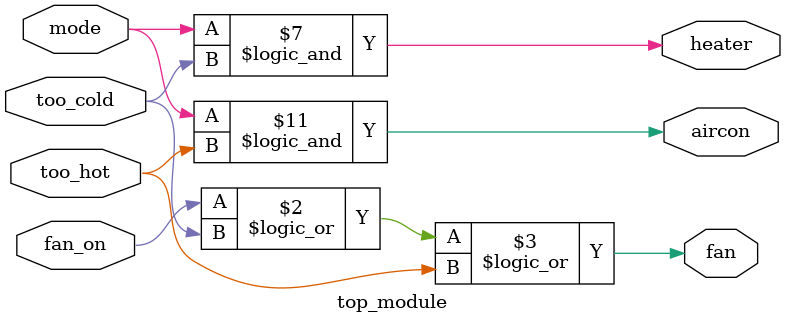
<source format=sv>
module top_module(
    input mode,
    input too_cold, 
    input too_hot,
    input fan_on,
    output reg heater,
    output reg aircon,
    output reg fan
);

	// Fan control
	always @(*)
	begin
		fan = fan_on || too_cold || too_hot;
	end

	always @(posedge clk)
	begin
		if (fan == 1'b1)
			$display("Fan is turned on");
		else
			$display("Fan is turned off");
	end

	// Heater control
	always @(*)
	begin
		heater = mode && too_cold;
	end

	always @(posedge clk)
	begin
		if (heater == 1'b1)
			$display("Heater is turned on");
		else
			$display("Heater is turned off");
	end

	// Aircon control
	always @(*)
	begin
		aircon = mode && too_hot;
	end

	always @(posedge clk)
	begin
		if (aircon == 1'b1)
			$display("Aircon is turned on");
		else
			$display("Aircon is turned off");
	end

endmodule

</source>
